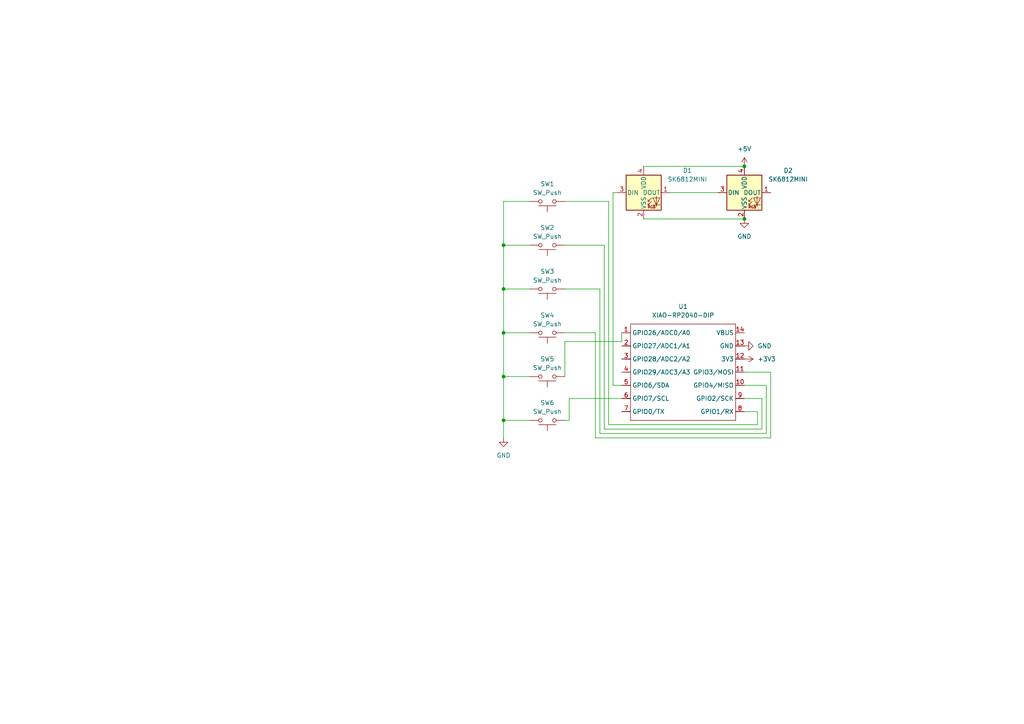
<source format=kicad_sch>
(kicad_sch (version 20250114) (generator "eeschema") (generator_version "9.0")
  (paper "A4")
  (lib_symbols
    (symbol "LED:SK6812MINI" (pin_names (offset 0.254))
      (property "Reference" "D" (at 5.08 5.715 0))
      (property "Value" "SK6812MINI" (at 1.27 -5.715 0))
      (symbol "SK6812MINI_0_0"
        (text "RGB" (at 2.286 -4.191 0) (effects (font (size 0.762 0.762))))
      )
      (symbol "SK6812MINI_0_1"
        (polyline (pts (xy 1.27 -2.54) (xy 1.778 -2.54)))
        (polyline (pts (xy 1.27 -3.556) (xy 1.778 -3.556)))
        (polyline (pts (xy 2.286 -1.524) (xy 1.27 -2.54) (xy 1.27 -2.032)))
        (polyline (pts (xy 2.286 -2.54) (xy 1.27 -3.556) (xy 1.27 -3.048)))
        (polyline (pts (xy 3.683 -1.016) (xy 3.683 -3.556) (xy 3.683 -4.064)))
        (polyline (pts (xy 4.699 -1.524) (xy 2.667 -1.524) (xy 3.683 -3.556) (xy 4.699 -1.524)))
        (polyline (pts (xy 4.699 -3.556) (xy 2.667 -3.556)))
        (rectangle (start 5.08 5.08) (end -5.08 -5.08) (stroke (width 0.254)) (fill (type background)))
      )
      (symbol "SK6812MINI_1_1"
        (pin input line (at -7.62 0 0) (length 2.54) (name "DIN") (number "3"))
        (pin power_in line (at 0 7.62 270) (length 2.54) (name "VDD") (number "4"))
        (pin power_in line (at 0 -7.62 90) (length 2.54) (name "VSS") (number "2"))
        (pin output line (at 7.62 0 180) (length 2.54) (name "DOUT") (number "1"))
      )
    )
    (symbol "Seeed_Studio_XIAO_Series:XIAO-RP2040-DIP"
      (property "Reference" "U" (at 0 0 0))
      (property "Value" "XIAO-RP2040-DIP" (at 5.334 -1.778 0))
      (symbol "XIAO-RP2040-DIP_1_0"
        (polyline (pts (xy -1.27 -2.54) (xy 29.21 -2.54)) (stroke (width 0.1524)))
        (polyline (pts (xy -1.27 -5.08) (xy -2.54 -5.08)) (stroke (width 0.1524)))
        (polyline (pts (xy -1.27 -5.08) (xy -1.27 -2.54)) (stroke (width 0.1524)))
        (polyline (pts (xy -1.27 -8.89) (xy -2.54 -8.89)) (stroke (width 0.1524)))
        (polyline (pts (xy -1.27 -8.89) (xy -1.27 -5.08)) (stroke (width 0.1524)))
        (polyline (pts (xy -1.27 -12.7) (xy -2.54 -12.7)) (stroke (width 0.1524)))
        (polyline (pts (xy -1.27 -12.7) (xy -1.27 -8.89)) (stroke (width 0.1524)))
        (polyline (pts (xy -1.27 -16.51) (xy -2.54 -16.51)) (stroke (width 0.1524)))
        (polyline (pts (xy -1.27 -16.51) (xy -1.27 -12.7)) (stroke (width 0.1524)))
        (polyline (pts (xy -1.27 -20.32) (xy -2.54 -20.32)) (stroke (width 0.1524)))
        (polyline (pts (xy -1.27 -24.13) (xy -2.54 -24.13)) (stroke (width 0.1524)))
        (polyline (pts (xy -1.27 -27.94) (xy -2.54 -27.94)) (stroke (width 0.1524)))
        (polyline (pts (xy -1.27 -30.48) (xy -1.27 -16.51)) (stroke (width 0.1524)))
        (polyline (pts (xy 29.21 -2.54) (xy 29.21 -5.08)) (stroke (width 0.1524)))
        (polyline (pts (xy 29.21 -5.08) (xy 29.21 -8.89)) (stroke (width 0.1524)))
        (polyline (pts (xy 29.21 -8.89) (xy 29.21 -12.7)) (stroke (width 0.1524)))
        (polyline (pts (xy 29.21 -12.7) (xy 29.21 -30.48)) (stroke (width 0.1524)))
        (polyline (pts (xy 29.21 -30.48) (xy -1.27 -30.48)) (stroke (width 0.1524)))
        (polyline (pts (xy 30.48 -5.08) (xy 29.21 -5.08)) (stroke (width 0.1524)))
        (polyline (pts (xy 30.48 -8.89) (xy 29.21 -8.89)) (stroke (width 0.1524)))
        (polyline (pts (xy 30.48 -12.7) (xy 29.21 -12.7)) (stroke (width 0.1524)))
        (polyline (pts (xy 30.48 -16.51) (xy 29.21 -16.51)) (stroke (width 0.1524)))
        (polyline (pts (xy 30.48 -20.32) (xy 29.21 -20.32)) (stroke (width 0.1524)))
        (polyline (pts (xy 30.48 -24.13) (xy 29.21 -24.13)) (stroke (width 0.1524)))
        (polyline (pts (xy 30.48 -27.94) (xy 29.21 -27.94)) (stroke (width 0.1524)))
        (pin passive line (at -3.81 -5.08 0) (length 2.54) (name "GPIO26/ADC0/A0") (number "1"))
        (pin passive line (at -3.81 -8.89 0) (length 2.54) (name "GPIO27/ADC1/A1") (number "2"))
        (pin passive line (at -3.81 -12.7 0) (length 2.54) (name "GPIO28/ADC2/A2") (number "3"))
        (pin passive line (at -3.81 -16.51 0) (length 2.54) (name "GPIO29/ADC3/A3") (number "4"))
        (pin passive line (at -3.81 -20.32 0) (length 2.54) (name "GPIO6/SDA") (number "5"))
        (pin passive line (at -3.81 -24.13 0) (length 2.54) (name "GPIO7/SCL") (number "6"))
        (pin passive line (at -3.81 -27.94 0) (length 2.54) (name "GPIO0/TX") (number "7"))
        (pin passive line (at 31.75 -5.08 180) (length 2.54) (name "VBUS") (number "14"))
        (pin passive line (at 31.75 -8.89 180) (length 2.54) (name "GND") (number "13"))
        (pin passive line (at 31.75 -12.7 180) (length 2.54) (name "3V3") (number "12"))
        (pin passive line (at 31.75 -16.51 180) (length 2.54) (name "GPIO3/MOSI") (number "11"))
        (pin passive line (at 31.75 -20.32 180) (length 2.54) (name "GPIO4/MISO") (number "10"))
        (pin passive line (at 31.75 -24.13 180) (length 2.54) (name "GPIO2/SCK") (number "9"))
        (pin passive line (at 31.75 -27.94 180) (length 2.54) (name "GPIO1/RX") (number "8"))
      )
    )
    (symbol "Switch:SW_Push" (pin_numbers (hide yes)) (pin_names (offset 1.016) (hide yes))
      (property "Reference" "SW" (at 1.27 2.54 0))
      (property "Value" "SW_Push" (at 0 -1.524 0))
      (symbol "SW_Push_0_1"
        (circle (center -2.032 0) (radius 0.508))
        (polyline (pts (xy 0 1.27) (xy 0 3.048)))
        (circle (center 2.032 0) (radius 0.508))
        (polyline (pts (xy 2.54 1.27) (xy -2.54 1.27)))
        (pin passive line (at -5.08 0 0) (length 2.54) (name "1") (number "1"))
        (pin passive line (at 5.08 0 180) (length 2.54) (name "2") (number "2"))
      )
    )
    (symbol "power:+3V3" (power) (pin_numbers (hide yes)) (pin_names (offset 0) (hide yes))
      (property "Value" "+3V3" (at 0 3.556 0))
      (symbol "+3V3_0_1"
        (polyline (pts (xy -0.762 1.27) (xy 0 2.54)))
        (polyline (pts (xy 0 2.54) (xy 0.762 1.27)))
        (polyline (pts (xy 0 0) (xy 0 2.54)))
      )
      (symbol "+3V3_1_1"
        (pin power_in line (at 0 0 90) (length 0) (name "~") (number "1"))
      )
    )
    (symbol "power:+5V" (power) (pin_numbers (hide yes)) (pin_names (offset 0) (hide yes))
      (property "Value" "+5V" (at 0 3.556 0))
      (symbol "+5V_0_1"
        (polyline (pts (xy -0.762 1.27) (xy 0 2.54)))
        (polyline (pts (xy 0 2.54) (xy 0.762 1.27)))
        (polyline (pts (xy 0 0) (xy 0 2.54)))
      )
      (symbol "+5V_1_1"
        (pin power_in line (at 0 0 90) (length 0) (name "~") (number "1"))
      )
    )
    (symbol "power:GND" (power) (pin_numbers (hide yes)) (pin_names (offset 0) (hide yes))
      (property "Value" "GND" (at 0 -3.81 0))
      (symbol "GND_0_1"
        (polyline (pts (xy 0 0) (xy 0 -1.27) (xy 1.27 -1.27) (xy 0 -2.54) (xy -1.27 -1.27) (xy 0 -1.27)))
      )
      (symbol "GND_1_1"
        (pin power_in line (at 0 0 270) (length 0) (name "~") (number "1"))
      )
    )
  )
  (junction (at 146.05 83.82))
  (junction (at 215.9 48.26))
  (junction (at 146.05 109.22))
  (junction (at 146.05 96.52))
  (junction (at 146.05 71.12))
  (junction (at 215.9 63.5))
  (junction (at 146.05 121.92))
  (wire (pts (xy 165.1 121.92) (xy 165.1 115.57)))
  (wire (pts (xy 220.98 115.57) (xy 220.98 124.46)))
  (wire (pts (xy 219.71 119.38) (xy 219.71 123.19)))
  (wire (pts (xy 175.26 124.46) (xy 175.26 71.12)))
  (wire (pts (xy 146.05 58.42) (xy 146.05 71.12)))
  (wire (pts (xy 146.05 71.12) (xy 153.67 71.12)))
  (wire (pts (xy 163.83 83.82) (xy 173.99 83.82)))
  (wire (pts (xy 172.72 127) (xy 172.72 96.52)))
  (wire (pts (xy 222.25 125.73) (xy 222.25 111.76)))
  (wire (pts (xy 146.05 96.52) (xy 153.67 96.52)))
  (wire (pts (xy 177.8 111.76) (xy 177.8 55.88)))
  (wire (pts (xy 173.99 83.82) (xy 173.99 125.73)))
  (wire (pts (xy 163.83 58.42) (xy 176.53 58.42)))
  (wire (pts (xy 215.9 107.95) (xy 223.52 107.95)))
  (wire (pts (xy 163.83 96.52) (xy 172.72 96.52)))
  (wire (pts (xy 165.1 115.57) (xy 180.34 115.57)))
  (wire (pts (xy 215.9 115.57) (xy 220.98 115.57)))
  (wire (pts (xy 146.05 96.52) (xy 146.05 109.22)))
  (wire (pts (xy 180.34 111.76) (xy 177.8 111.76)))
  (wire (pts (xy 220.98 124.46) (xy 175.26 124.46)))
  (wire (pts (xy 186.69 63.5) (xy 215.9 63.5)))
  (wire (pts (xy 223.52 127) (xy 172.72 127)))
  (wire (pts (xy 215.9 119.38) (xy 219.71 119.38)))
  (wire (pts (xy 175.26 71.12) (xy 163.83 71.12)))
  (wire (pts (xy 180.34 99.06) (xy 163.83 99.06)))
  (wire (pts (xy 180.34 96.52) (xy 180.34 99.06)))
  (wire (pts (xy 177.8 55.88) (xy 179.07 55.88)))
  (wire (pts (xy 146.05 121.92) (xy 146.05 127)))
  (wire (pts (xy 146.05 109.22) (xy 146.05 121.92)))
  (wire (pts (xy 186.69 48.26) (xy 215.9 48.26)))
  (wire (pts (xy 146.05 121.92) (xy 153.67 121.92)))
  (wire (pts (xy 146.05 71.12) (xy 146.05 83.82)))
  (wire (pts (xy 163.83 121.92) (xy 165.1 121.92)))
  (wire (pts (xy 163.83 99.06) (xy 163.83 109.22)))
  (wire (pts (xy 146.05 83.82) (xy 146.05 96.52)))
  (wire (pts (xy 153.67 58.42) (xy 146.05 58.42)))
  (wire (pts (xy 173.99 125.73) (xy 222.25 125.73)))
  (wire (pts (xy 176.53 123.19) (xy 176.53 58.42)))
  (wire (pts (xy 219.71 123.19) (xy 176.53 123.19)))
  (wire (pts (xy 194.31 55.88) (xy 208.28 55.88)))
  (wire (pts (xy 146.05 83.82) (xy 153.67 83.82)))
  (wire (pts (xy 222.25 111.76) (xy 215.9 111.76)))
  (wire (pts (xy 146.05 109.22) (xy 153.67 109.22)))
  (wire (pts (xy 223.52 107.95) (xy 223.52 127)))
  (symbol (lib_id "power:+3V3") (at 215.9 104.14 270) (unit 1)
    (property "Reference" "#PWR03" (effects (hide yes)))
    (property "Value" "+3V3" (at 219.71 104.1399 90) (effects (justify left)))
    (property "Description" "Power symbol creates a global label with name \"+3V3\"" (effects (hide yes)))
  )
  (symbol (lib_id "Switch:SW_Push") (at 158.75 71.12 180) (unit 1)
    (property "Reference" "SW2" (at 158.75 66.04 0))
    (property "Value" "SW_Push" (at 158.75 68.58 0))
    (property "Footprint" "Button_Switch_Keyboard:SW_Cherry_MX_1.00u_PCB" (effects (hide yes)))
    (property "Description" "Push button switch, generic, two pins" (effects (hide yes)))
  )
  (symbol (lib_id "power:GND") (at 215.9 100.33 90) (unit 1)
    (property "Reference" "#PWR02" (effects (hide yes)))
    (property "Value" "GND" (at 219.71 100.3299 90) (effects (justify right)))
    (property "Description" "Power symbol creates a global label with name \"GND\" , ground" (effects (hide yes)))
  )
  (symbol (lib_id "LED:SK6812MINI") (at 215.9 55.88 0) (unit 1)
    (property "Reference" "D2" (at 228.6 49.4598 0))
    (property "Value" "SK6812MINI" (at 228.6 51.9998 0))
    (property "Footprint" "LED_SMD:LED_SK6812MINI_PLCC4_3.5x3.5mm_P1.75mm" (effects (hide yes)))
    (property "Datasheet" "https://cdn-shop.adafruit.com/product-files/2686/SK6812MINI_REV.01-1-2.pdf" (effects (hide yes)))
    (property "Description" "RGB LED with integrated controller" (effects (hide yes)))
  )
  (symbol (lib_id "Switch:SW_Push") (at 158.75 83.82 180) (unit 1)
    (property "Reference" "SW3" (at 158.75 78.74 0))
    (property "Value" "SW_Push" (at 158.75 81.28 0))
    (property "Footprint" "Button_Switch_Keyboard:SW_Cherry_MX_1.00u_PCB" (effects (hide yes)))
    (property "Description" "Push button switch, generic, two pins" (effects (hide yes)))
  )
  (symbol (lib_id "Switch:SW_Push") (at 158.75 121.92 180) (unit 1)
    (property "Reference" "SW6" (at 158.75 116.84 0))
    (property "Value" "SW_Push" (at 158.75 119.38 0))
    (property "Footprint" "Button_Switch_Keyboard:SW_Cherry_MX_1.00u_PCB" (effects (hide yes)))
    (property "Description" "Push button switch, generic, two pins" (effects (hide yes)))
  )
  (symbol (lib_id "Switch:SW_Push") (at 158.75 109.22 180) (unit 1)
    (property "Reference" "SW5" (at 158.75 104.14 0))
    (property "Value" "SW_Push" (at 158.75 106.68 0))
    (property "Footprint" "Button_Switch_Keyboard:SW_Cherry_MX_1.00u_PCB" (effects (hide yes)))
    (property "Description" "Push button switch, generic, two pins" (effects (hide yes)))
  )
  (symbol (lib_id "power:GND") (at 215.9 63.5 0) (unit 1)
    (property "Reference" "#PWR04" (effects (hide yes)))
    (property "Value" "GND" (at 215.9 68.58 0))
    (property "Description" "Power symbol creates a global label with name \"GND\" , ground" (effects (hide yes)))
  )
  (symbol (lib_id "power:GND") (at 146.05 127 0) (unit 1)
    (property "Reference" "#PWR01" (effects (hide yes)))
    (property "Value" "GND" (at 146.05 132.08 0))
    (property "Description" "Power symbol creates a global label with name \"GND\" , ground" (effects (hide yes)))
  )
  (symbol (lib_id "LED:SK6812MINI") (at 186.69 55.88 0) (unit 1)
    (property "Reference" "D1" (at 199.39 49.4598 0))
    (property "Value" "SK6812MINI" (at 199.39 51.9998 0))
    (property "Footprint" "LED_SMD:LED_SK6812MINI_PLCC4_3.5x3.5mm_P1.75mm" (effects (hide yes)))
    (property "Datasheet" "https://cdn-shop.adafruit.com/product-files/2686/SK6812MINI_REV.01-1-2.pdf" (effects (hide yes)))
    (property "Description" "RGB LED with integrated controller" (effects (hide yes)))
  )
  (symbol (lib_id "Switch:SW_Push") (at 158.75 96.52 180) (unit 1)
    (property "Reference" "SW4" (at 158.75 91.44 0))
    (property "Value" "SW_Push" (at 158.75 93.98 0))
    (property "Footprint" "Button_Switch_Keyboard:SW_Cherry_MX_1.00u_PCB" (effects (hide yes)))
    (property "Description" "Push button switch, generic, two pins" (effects (hide yes)))
  )
  (symbol (lib_id "Switch:SW_Push") (at 158.75 58.42 180) (unit 1)
    (property "Reference" "SW1" (at 158.75 53.34 0))
    (property "Value" "SW_Push" (at 158.75 55.88 0))
    (property "Footprint" "Button_Switch_Keyboard:SW_Cherry_MX_1.00u_PCB" (effects (hide yes)))
    (property "Description" "Push button switch, generic, two pins" (effects (hide yes)))
  )
  (symbol (lib_id "Seeed_Studio_XIAO_Series:XIAO-RP2040-DIP") (at 184.15 91.44 0) (unit 1)
    (property "Reference" "U1" (at 198.12 88.9 0))
    (property "Value" "XIAO-RP2040-DIP" (at 198.12 91.44 0))
    (property "Footprint" "Seeed Studio XIAO Series Library:XIAO-RP2040-DIP" (effects (hide yes)))
  )
  (symbol (lib_id "power:+5V") (at 215.9 48.26 0) (unit 1)
    (property "Reference" "#PWR05" (effects (hide yes)))
    (property "Value" "+5V" (at 215.9 43.18 0))
    (property "Description" "Power symbol creates a global label with name \"+5V\"" (effects (hide yes)))
  )
)
</source>
